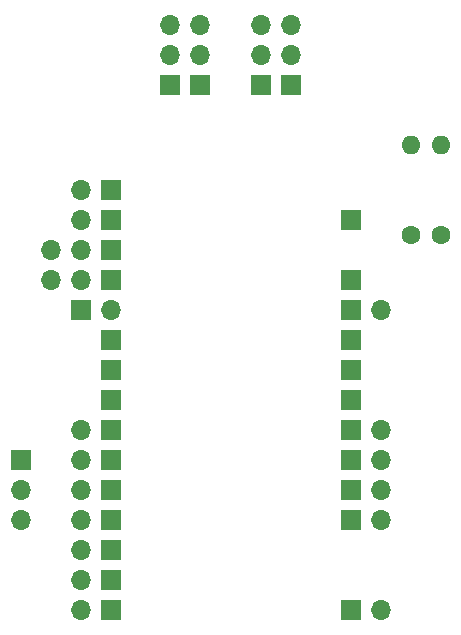
<source format=gbr>
%TF.GenerationSoftware,KiCad,Pcbnew,(6.0.5)*%
%TF.CreationDate,2022-06-01T19:50:55+01:00*%
%TF.ProjectId,OOEB-OBBB-PROJ-ARDC-SHEN-STAN-01,4f4f4542-2d4f-4424-9242-2d50524f4a2d,rev?*%
%TF.SameCoordinates,Original*%
%TF.FileFunction,Soldermask,Top*%
%TF.FilePolarity,Negative*%
%FSLAX46Y46*%
G04 Gerber Fmt 4.6, Leading zero omitted, Abs format (unit mm)*
G04 Created by KiCad (PCBNEW (6.0.5)) date 2022-06-01 19:50:55*
%MOMM*%
%LPD*%
G01*
G04 APERTURE LIST*
%ADD10R,1.700000X1.700000*%
%ADD11C,1.600000*%
%ADD12O,1.600000X1.600000*%
%ADD13O,1.700000X1.700000*%
G04 APERTURE END LIST*
D10*
%TO.C,5V1*%
X10160000Y3160000D03*
%TD*%
D11*
%TO.C,RSDA1*%
X17780000Y6970000D03*
D12*
X17780000Y14590000D03*
%TD*%
%TO.C,RSCL1*%
X15240000Y14590000D03*
D11*
X15240000Y6970000D03*
%TD*%
D13*
%TO.C,TX1*%
X-12700000Y10780000D03*
D10*
X-10160000Y10780000D03*
%TD*%
%TO.C,SDA1*%
X-2635489Y19670000D03*
D13*
X-2635489Y22210000D03*
X-2635489Y24750000D03*
%TD*%
D10*
%TO.C,SDA0*%
X5080000Y19670000D03*
D13*
X5080000Y22210000D03*
X5080000Y24750000D03*
%TD*%
D10*
%TO.C,I2C0*%
X-5175489Y19670000D03*
D13*
X-5175489Y22210000D03*
X-5175489Y24750000D03*
%TD*%
D10*
%TO.C,I2C1*%
X2540000Y19670000D03*
D13*
X2540000Y22210000D03*
X2540000Y24750000D03*
%TD*%
D10*
%TO.C,RX0*%
X-10160000Y8240000D03*
D13*
X-12700000Y8240000D03*
%TD*%
D10*
%TO.C,GND1*%
X10160000Y8240000D03*
%TD*%
%TO.C,D13*%
X10160000Y-24780000D03*
D13*
X12700000Y-24780000D03*
%TD*%
%TO.C,D12*%
X-12700000Y-24780000D03*
D10*
X-10160000Y-24780000D03*
%TD*%
D13*
%TO.C,D11*%
X-12700000Y-22240000D03*
D10*
X-10160000Y-22240000D03*
%TD*%
D13*
%TO.C,D10*%
X-12700000Y-19700000D03*
D10*
X-10160000Y-19700000D03*
%TD*%
D13*
%TO.C,D9*%
X-12700000Y-17160000D03*
D10*
X-10160000Y-17160000D03*
%TD*%
D13*
%TO.C,D8*%
X-12700000Y-14620000D03*
D10*
X-10160000Y-14620000D03*
%TD*%
D13*
%TO.C,D7*%
X-12700000Y-12080000D03*
D10*
X-10160000Y-12080000D03*
%TD*%
D13*
%TO.C,D6*%
X-12700000Y-9540000D03*
D10*
X-10160000Y-9540000D03*
%TD*%
%TO.C,D5-1*%
X-10160000Y-7000000D03*
%TD*%
%TO.C,D5*%
X-17780000Y-12095000D03*
D13*
X-17780000Y-14635000D03*
X-17780000Y-17175000D03*
%TD*%
D10*
%TO.C,D4-1*%
X-10160000Y-4460000D03*
%TD*%
D13*
%TO.C,D4*%
X-15240000Y5700000D03*
X-12700000Y5700000D03*
D10*
X-10160000Y5700000D03*
%TD*%
%TO.C,D3-1*%
X-10160000Y-1920000D03*
%TD*%
D13*
%TO.C,D3*%
X-15240000Y3160000D03*
X-12700000Y3160000D03*
D10*
X-10160000Y3160000D03*
%TD*%
D13*
%TO.C,D2*%
X-10160000Y620000D03*
D10*
X-12700000Y620000D03*
%TD*%
D13*
%TO.C,A7*%
X12700000Y620000D03*
D10*
X10160000Y620000D03*
%TD*%
%TO.C,A6-1*%
X10160000Y-1920000D03*
%TD*%
%TO.C,A5-SCL1*%
X10160000Y-4460000D03*
%TD*%
%TO.C,A4-SDA1*%
X10160000Y-7000000D03*
%TD*%
D13*
%TO.C,A3*%
X12700000Y-9540000D03*
D10*
X10160000Y-9540000D03*
%TD*%
D13*
%TO.C,A2*%
X12700000Y-12080000D03*
D10*
X10160000Y-12080000D03*
%TD*%
D13*
%TO.C,A1*%
X12700000Y-14620000D03*
D10*
X10160000Y-14620000D03*
%TD*%
D13*
%TO.C,A0*%
X12700000Y-17160000D03*
D10*
X10160000Y-17160000D03*
%TD*%
M02*

</source>
